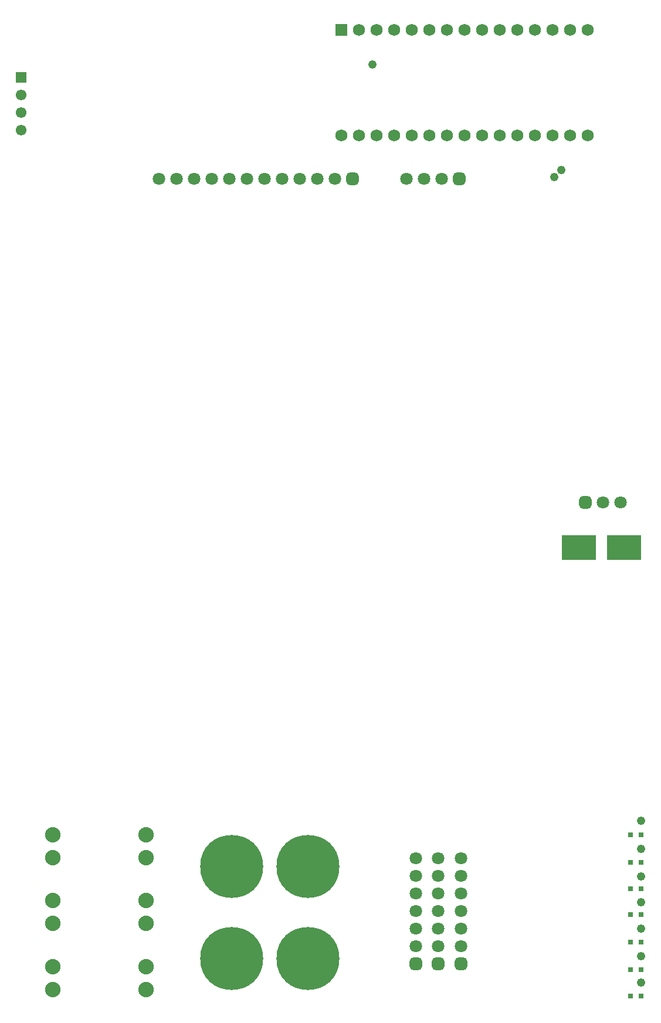
<source format=gbr>
G04*
G04 #@! TF.GenerationSoftware,Altium Limited,Altium Designer,24.1.2 (44)*
G04*
G04 Layer_Color=8388736*
%FSLAX25Y25*%
%MOIN*%
G70*
G04*
G04 #@! TF.SameCoordinates,A85318EA-E4D8-42E9-B0A6-CF3BD3DAF5E5*
G04*
G04*
G04 #@! TF.FilePolarity,Negative*
G04*
G01*
G75*
%ADD18R,0.03150X0.03150*%
%ADD19R,0.19304X0.14304*%
%ADD20C,0.07099*%
G04:AMPARAMS|DCode=21|XSize=70.99mil|YSize=70.99mil|CornerRadius=19.75mil|HoleSize=0mil|Usage=FLASHONLY|Rotation=0.000|XOffset=0mil|YOffset=0mil|HoleType=Round|Shape=RoundedRectangle|*
%AMROUNDEDRECTD21*
21,1,0.07099,0.03150,0,0,0.0*
21,1,0.03150,0.07099,0,0,0.0*
1,1,0.03950,0.01575,-0.01575*
1,1,0.03950,-0.01575,-0.01575*
1,1,0.03950,-0.01575,0.01575*
1,1,0.03950,0.01575,0.01575*
%
%ADD21ROUNDEDRECTD21*%
%ADD22C,0.06800*%
%ADD23R,0.06800X0.06800*%
%ADD24C,0.08800*%
%ADD25C,0.35800*%
G04:AMPARAMS|DCode=26|XSize=70.99mil|YSize=70.99mil|CornerRadius=19.75mil|HoleSize=0mil|Usage=FLASHONLY|Rotation=90.000|XOffset=0mil|YOffset=0mil|HoleType=Round|Shape=RoundedRectangle|*
%AMROUNDEDRECTD26*
21,1,0.07099,0.03150,0,0,90.0*
21,1,0.03150,0.07099,0,0,90.0*
1,1,0.03950,0.01575,0.01575*
1,1,0.03950,0.01575,-0.01575*
1,1,0.03950,-0.01575,-0.01575*
1,1,0.03950,-0.01575,0.01575*
%
%ADD26ROUNDEDRECTD26*%
%ADD27R,0.06102X0.06102*%
%ADD28C,0.06102*%
%ADD29C,0.05800*%
%ADD30C,0.04800*%
D18*
X1083661Y441929D02*
D03*
X1077756D02*
D03*
X1083661Y365158D02*
D03*
X1077756D02*
D03*
X1083661Y396654D02*
D03*
X1077756D02*
D03*
X1083661Y350394D02*
D03*
X1077756D02*
D03*
X1083661Y380906D02*
D03*
X1077756D02*
D03*
X1083661Y411417D02*
D03*
X1077756D02*
D03*
X1083661Y426181D02*
D03*
X1077756D02*
D03*
D19*
X1048228Y605315D02*
D03*
X1073819D02*
D03*
D20*
X1072008Y630905D02*
D03*
X1062008D02*
D03*
X981299Y428622D02*
D03*
Y418622D02*
D03*
Y398622D02*
D03*
Y378622D02*
D03*
Y388622D02*
D03*
Y408622D02*
D03*
X968460Y428657D02*
D03*
Y418657D02*
D03*
Y398657D02*
D03*
Y378657D02*
D03*
Y388657D02*
D03*
Y408657D02*
D03*
X955664Y428657D02*
D03*
Y418657D02*
D03*
Y398657D02*
D03*
Y378657D02*
D03*
Y388657D02*
D03*
Y408657D02*
D03*
X809567Y814961D02*
D03*
X819567D02*
D03*
X829567D02*
D03*
X849567D02*
D03*
X859567D02*
D03*
X879567D02*
D03*
X899567D02*
D03*
X909567D02*
D03*
X889567D02*
D03*
X869567D02*
D03*
X839567D02*
D03*
X970433D02*
D03*
X960433D02*
D03*
X950433D02*
D03*
D21*
X1052008Y630905D02*
D03*
X919567Y814961D02*
D03*
X980433D02*
D03*
D22*
X1053307Y839567D02*
D03*
X1043307D02*
D03*
X1023307D02*
D03*
X1013307D02*
D03*
X1033307D02*
D03*
X1003307D02*
D03*
X993307D02*
D03*
X983307D02*
D03*
X973307D02*
D03*
X963307D02*
D03*
X953307D02*
D03*
X943307D02*
D03*
X933307D02*
D03*
X923307D02*
D03*
X1053307Y899567D02*
D03*
X1043307D02*
D03*
X913307Y839567D02*
D03*
X923307Y899567D02*
D03*
X933307D02*
D03*
X943307D02*
D03*
X953307D02*
D03*
X963307D02*
D03*
X973307D02*
D03*
X983307D02*
D03*
X993307D02*
D03*
X1003307D02*
D03*
X1013307D02*
D03*
X1023307D02*
D03*
X1033307D02*
D03*
D23*
X913307D02*
D03*
D24*
X749165Y442078D02*
D03*
Y429078D02*
D03*
X802165Y442078D02*
D03*
Y429078D02*
D03*
X749165Y404732D02*
D03*
Y391732D02*
D03*
X802165Y404732D02*
D03*
Y391732D02*
D03*
X749165Y367126D02*
D03*
Y354126D02*
D03*
X802165Y367126D02*
D03*
Y354126D02*
D03*
D25*
X850835Y371709D02*
D03*
X894142D02*
D03*
X850886Y423972D02*
D03*
X894193D02*
D03*
D26*
X981299Y368622D02*
D03*
X968460Y368657D02*
D03*
X955664D02*
D03*
D27*
X731299Y872520D02*
D03*
D28*
Y862520D02*
D03*
Y852520D02*
D03*
Y842520D02*
D03*
D29*
X1073819Y604331D02*
D03*
X1049213Y605315D02*
D03*
D30*
X1034449Y815945D02*
D03*
X1038386Y819882D02*
D03*
X931102Y879921D02*
D03*
X1083744Y357806D02*
D03*
X1083661Y373031D02*
D03*
Y388779D02*
D03*
Y403543D02*
D03*
Y418307D02*
D03*
Y434055D02*
D03*
Y449803D02*
D03*
M02*

</source>
